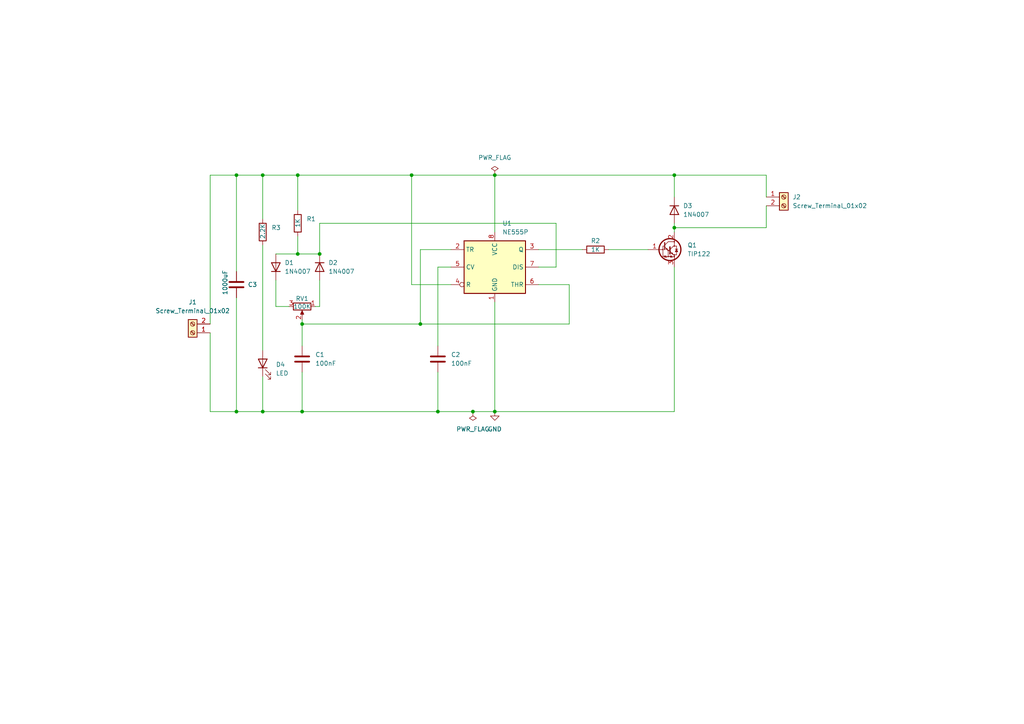
<source format=kicad_sch>
(kicad_sch
	(version 20231120)
	(generator "eeschema")
	(generator_version "8.0")
	(uuid "9553ac4e-dc07-49a0-b044-7b5b58b7da5b")
	(paper "A4")
	(title_block
		(title "DC MOTOR SPEED CONTROLLER")
		(date "2024-12-19")
		(company "BHARAT PCB")
		(comment 1 "Drawn By Asmit")
	)
	(lib_symbols
		(symbol "Connector:Screw_Terminal_01x02"
			(pin_names
				(offset 1.016) hide)
			(exclude_from_sim no)
			(in_bom yes)
			(on_board yes)
			(property "Reference" "J"
				(at 0 2.54 0)
				(effects
					(font
						(size 1.27 1.27)
					)
				)
			)
			(property "Value" "Screw_Terminal_01x02"
				(at 0 -5.08 0)
				(effects
					(font
						(size 1.27 1.27)
					)
				)
			)
			(property "Footprint" ""
				(at 0 0 0)
				(effects
					(font
						(size 1.27 1.27)
					)
					(hide yes)
				)
			)
			(property "Datasheet" "~"
				(at 0 0 0)
				(effects
					(font
						(size 1.27 1.27)
					)
					(hide yes)
				)
			)
			(property "Description" "Generic screw terminal, single row, 01x02, script generated (kicad-library-utils/schlib/autogen/connector/)"
				(at 0 0 0)
				(effects
					(font
						(size 1.27 1.27)
					)
					(hide yes)
				)
			)
			(property "ki_keywords" "screw terminal"
				(at 0 0 0)
				(effects
					(font
						(size 1.27 1.27)
					)
					(hide yes)
				)
			)
			(property "ki_fp_filters" "TerminalBlock*:*"
				(at 0 0 0)
				(effects
					(font
						(size 1.27 1.27)
					)
					(hide yes)
				)
			)
			(symbol "Screw_Terminal_01x02_1_1"
				(rectangle
					(start -1.27 1.27)
					(end 1.27 -3.81)
					(stroke
						(width 0.254)
						(type default)
					)
					(fill
						(type background)
					)
				)
				(circle
					(center 0 -2.54)
					(radius 0.635)
					(stroke
						(width 0.1524)
						(type default)
					)
					(fill
						(type none)
					)
				)
				(polyline
					(pts
						(xy -0.5334 -2.2098) (xy 0.3302 -3.048)
					)
					(stroke
						(width 0.1524)
						(type default)
					)
					(fill
						(type none)
					)
				)
				(polyline
					(pts
						(xy -0.5334 0.3302) (xy 0.3302 -0.508)
					)
					(stroke
						(width 0.1524)
						(type default)
					)
					(fill
						(type none)
					)
				)
				(polyline
					(pts
						(xy -0.3556 -2.032) (xy 0.508 -2.8702)
					)
					(stroke
						(width 0.1524)
						(type default)
					)
					(fill
						(type none)
					)
				)
				(polyline
					(pts
						(xy -0.3556 0.508) (xy 0.508 -0.3302)
					)
					(stroke
						(width 0.1524)
						(type default)
					)
					(fill
						(type none)
					)
				)
				(circle
					(center 0 0)
					(radius 0.635)
					(stroke
						(width 0.1524)
						(type default)
					)
					(fill
						(type none)
					)
				)
				(pin passive line
					(at -5.08 0 0)
					(length 3.81)
					(name "Pin_1"
						(effects
							(font
								(size 1.27 1.27)
							)
						)
					)
					(number "1"
						(effects
							(font
								(size 1.27 1.27)
							)
						)
					)
				)
				(pin passive line
					(at -5.08 -2.54 0)
					(length 3.81)
					(name "Pin_2"
						(effects
							(font
								(size 1.27 1.27)
							)
						)
					)
					(number "2"
						(effects
							(font
								(size 1.27 1.27)
							)
						)
					)
				)
			)
		)
		(symbol "Device:C"
			(pin_numbers hide)
			(pin_names
				(offset 0.254)
			)
			(exclude_from_sim no)
			(in_bom yes)
			(on_board yes)
			(property "Reference" "C"
				(at 0.635 2.54 0)
				(effects
					(font
						(size 1.27 1.27)
					)
					(justify left)
				)
			)
			(property "Value" "C"
				(at 0.635 -2.54 0)
				(effects
					(font
						(size 1.27 1.27)
					)
					(justify left)
				)
			)
			(property "Footprint" ""
				(at 0.9652 -3.81 0)
				(effects
					(font
						(size 1.27 1.27)
					)
					(hide yes)
				)
			)
			(property "Datasheet" "~"
				(at 0 0 0)
				(effects
					(font
						(size 1.27 1.27)
					)
					(hide yes)
				)
			)
			(property "Description" "Unpolarized capacitor"
				(at 0 0 0)
				(effects
					(font
						(size 1.27 1.27)
					)
					(hide yes)
				)
			)
			(property "ki_keywords" "cap capacitor"
				(at 0 0 0)
				(effects
					(font
						(size 1.27 1.27)
					)
					(hide yes)
				)
			)
			(property "ki_fp_filters" "C_*"
				(at 0 0 0)
				(effects
					(font
						(size 1.27 1.27)
					)
					(hide yes)
				)
			)
			(symbol "C_0_1"
				(polyline
					(pts
						(xy -2.032 -0.762) (xy 2.032 -0.762)
					)
					(stroke
						(width 0.508)
						(type default)
					)
					(fill
						(type none)
					)
				)
				(polyline
					(pts
						(xy -2.032 0.762) (xy 2.032 0.762)
					)
					(stroke
						(width 0.508)
						(type default)
					)
					(fill
						(type none)
					)
				)
			)
			(symbol "C_1_1"
				(pin passive line
					(at 0 3.81 270)
					(length 2.794)
					(name "~"
						(effects
							(font
								(size 1.27 1.27)
							)
						)
					)
					(number "1"
						(effects
							(font
								(size 1.27 1.27)
							)
						)
					)
				)
				(pin passive line
					(at 0 -3.81 90)
					(length 2.794)
					(name "~"
						(effects
							(font
								(size 1.27 1.27)
							)
						)
					)
					(number "2"
						(effects
							(font
								(size 1.27 1.27)
							)
						)
					)
				)
			)
		)
		(symbol "Device:LED"
			(pin_numbers hide)
			(pin_names
				(offset 1.016) hide)
			(exclude_from_sim no)
			(in_bom yes)
			(on_board yes)
			(property "Reference" "D"
				(at 0 2.54 0)
				(effects
					(font
						(size 1.27 1.27)
					)
				)
			)
			(property "Value" "LED"
				(at 0 -2.54 0)
				(effects
					(font
						(size 1.27 1.27)
					)
				)
			)
			(property "Footprint" ""
				(at 0 0 0)
				(effects
					(font
						(size 1.27 1.27)
					)
					(hide yes)
				)
			)
			(property "Datasheet" "~"
				(at 0 0 0)
				(effects
					(font
						(size 1.27 1.27)
					)
					(hide yes)
				)
			)
			(property "Description" "Light emitting diode"
				(at 0 0 0)
				(effects
					(font
						(size 1.27 1.27)
					)
					(hide yes)
				)
			)
			(property "ki_keywords" "LED diode"
				(at 0 0 0)
				(effects
					(font
						(size 1.27 1.27)
					)
					(hide yes)
				)
			)
			(property "ki_fp_filters" "LED* LED_SMD:* LED_THT:*"
				(at 0 0 0)
				(effects
					(font
						(size 1.27 1.27)
					)
					(hide yes)
				)
			)
			(symbol "LED_0_1"
				(polyline
					(pts
						(xy -1.27 -1.27) (xy -1.27 1.27)
					)
					(stroke
						(width 0.254)
						(type default)
					)
					(fill
						(type none)
					)
				)
				(polyline
					(pts
						(xy -1.27 0) (xy 1.27 0)
					)
					(stroke
						(width 0)
						(type default)
					)
					(fill
						(type none)
					)
				)
				(polyline
					(pts
						(xy 1.27 -1.27) (xy 1.27 1.27) (xy -1.27 0) (xy 1.27 -1.27)
					)
					(stroke
						(width 0.254)
						(type default)
					)
					(fill
						(type none)
					)
				)
				(polyline
					(pts
						(xy -3.048 -0.762) (xy -4.572 -2.286) (xy -3.81 -2.286) (xy -4.572 -2.286) (xy -4.572 -1.524)
					)
					(stroke
						(width 0)
						(type default)
					)
					(fill
						(type none)
					)
				)
				(polyline
					(pts
						(xy -1.778 -0.762) (xy -3.302 -2.286) (xy -2.54 -2.286) (xy -3.302 -2.286) (xy -3.302 -1.524)
					)
					(stroke
						(width 0)
						(type default)
					)
					(fill
						(type none)
					)
				)
			)
			(symbol "LED_1_1"
				(pin passive line
					(at -3.81 0 0)
					(length 2.54)
					(name "K"
						(effects
							(font
								(size 1.27 1.27)
							)
						)
					)
					(number "1"
						(effects
							(font
								(size 1.27 1.27)
							)
						)
					)
				)
				(pin passive line
					(at 3.81 0 180)
					(length 2.54)
					(name "A"
						(effects
							(font
								(size 1.27 1.27)
							)
						)
					)
					(number "2"
						(effects
							(font
								(size 1.27 1.27)
							)
						)
					)
				)
			)
		)
		(symbol "Device:R"
			(pin_numbers hide)
			(pin_names
				(offset 0)
			)
			(exclude_from_sim no)
			(in_bom yes)
			(on_board yes)
			(property "Reference" "R"
				(at 2.032 0 90)
				(effects
					(font
						(size 1.27 1.27)
					)
				)
			)
			(property "Value" "R"
				(at 0 0 90)
				(effects
					(font
						(size 1.27 1.27)
					)
				)
			)
			(property "Footprint" ""
				(at -1.778 0 90)
				(effects
					(font
						(size 1.27 1.27)
					)
					(hide yes)
				)
			)
			(property "Datasheet" "~"
				(at 0 0 0)
				(effects
					(font
						(size 1.27 1.27)
					)
					(hide yes)
				)
			)
			(property "Description" "Resistor"
				(at 0 0 0)
				(effects
					(font
						(size 1.27 1.27)
					)
					(hide yes)
				)
			)
			(property "ki_keywords" "R res resistor"
				(at 0 0 0)
				(effects
					(font
						(size 1.27 1.27)
					)
					(hide yes)
				)
			)
			(property "ki_fp_filters" "R_*"
				(at 0 0 0)
				(effects
					(font
						(size 1.27 1.27)
					)
					(hide yes)
				)
			)
			(symbol "R_0_1"
				(rectangle
					(start -1.016 -2.54)
					(end 1.016 2.54)
					(stroke
						(width 0.254)
						(type default)
					)
					(fill
						(type none)
					)
				)
			)
			(symbol "R_1_1"
				(pin passive line
					(at 0 3.81 270)
					(length 1.27)
					(name "~"
						(effects
							(font
								(size 1.27 1.27)
							)
						)
					)
					(number "1"
						(effects
							(font
								(size 1.27 1.27)
							)
						)
					)
				)
				(pin passive line
					(at 0 -3.81 90)
					(length 1.27)
					(name "~"
						(effects
							(font
								(size 1.27 1.27)
							)
						)
					)
					(number "2"
						(effects
							(font
								(size 1.27 1.27)
							)
						)
					)
				)
			)
		)
		(symbol "Device:R_Potentiometer"
			(pin_names
				(offset 1.016) hide)
			(exclude_from_sim no)
			(in_bom yes)
			(on_board yes)
			(property "Reference" "RV"
				(at -4.445 0 90)
				(effects
					(font
						(size 1.27 1.27)
					)
				)
			)
			(property "Value" "R_Potentiometer"
				(at -2.54 0 90)
				(effects
					(font
						(size 1.27 1.27)
					)
				)
			)
			(property "Footprint" ""
				(at 0 0 0)
				(effects
					(font
						(size 1.27 1.27)
					)
					(hide yes)
				)
			)
			(property "Datasheet" "~"
				(at 0 0 0)
				(effects
					(font
						(size 1.27 1.27)
					)
					(hide yes)
				)
			)
			(property "Description" "Potentiometer"
				(at 0 0 0)
				(effects
					(font
						(size 1.27 1.27)
					)
					(hide yes)
				)
			)
			(property "ki_keywords" "resistor variable"
				(at 0 0 0)
				(effects
					(font
						(size 1.27 1.27)
					)
					(hide yes)
				)
			)
			(property "ki_fp_filters" "Potentiometer*"
				(at 0 0 0)
				(effects
					(font
						(size 1.27 1.27)
					)
					(hide yes)
				)
			)
			(symbol "R_Potentiometer_0_1"
				(polyline
					(pts
						(xy 2.54 0) (xy 1.524 0)
					)
					(stroke
						(width 0)
						(type default)
					)
					(fill
						(type none)
					)
				)
				(polyline
					(pts
						(xy 1.143 0) (xy 2.286 0.508) (xy 2.286 -0.508) (xy 1.143 0)
					)
					(stroke
						(width 0)
						(type default)
					)
					(fill
						(type outline)
					)
				)
				(rectangle
					(start 1.016 2.54)
					(end -1.016 -2.54)
					(stroke
						(width 0.254)
						(type default)
					)
					(fill
						(type none)
					)
				)
			)
			(symbol "R_Potentiometer_1_1"
				(pin passive line
					(at 0 3.81 270)
					(length 1.27)
					(name "1"
						(effects
							(font
								(size 1.27 1.27)
							)
						)
					)
					(number "1"
						(effects
							(font
								(size 1.27 1.27)
							)
						)
					)
				)
				(pin passive line
					(at 3.81 0 180)
					(length 1.27)
					(name "2"
						(effects
							(font
								(size 1.27 1.27)
							)
						)
					)
					(number "2"
						(effects
							(font
								(size 1.27 1.27)
							)
						)
					)
				)
				(pin passive line
					(at 0 -3.81 90)
					(length 1.27)
					(name "3"
						(effects
							(font
								(size 1.27 1.27)
							)
						)
					)
					(number "3"
						(effects
							(font
								(size 1.27 1.27)
							)
						)
					)
				)
			)
		)
		(symbol "Diode:1N4007"
			(pin_numbers hide)
			(pin_names hide)
			(exclude_from_sim no)
			(in_bom yes)
			(on_board yes)
			(property "Reference" "D"
				(at 0 2.54 0)
				(effects
					(font
						(size 1.27 1.27)
					)
				)
			)
			(property "Value" "1N4007"
				(at 0 -2.54 0)
				(effects
					(font
						(size 1.27 1.27)
					)
				)
			)
			(property "Footprint" "Diode_THT:D_DO-41_SOD81_P10.16mm_Horizontal"
				(at 0 -4.445 0)
				(effects
					(font
						(size 1.27 1.27)
					)
					(hide yes)
				)
			)
			(property "Datasheet" "http://www.vishay.com/docs/88503/1n4001.pdf"
				(at 0 0 0)
				(effects
					(font
						(size 1.27 1.27)
					)
					(hide yes)
				)
			)
			(property "Description" "1000V 1A General Purpose Rectifier Diode, DO-41"
				(at 0 0 0)
				(effects
					(font
						(size 1.27 1.27)
					)
					(hide yes)
				)
			)
			(property "Sim.Device" "D"
				(at 0 0 0)
				(effects
					(font
						(size 1.27 1.27)
					)
					(hide yes)
				)
			)
			(property "Sim.Pins" "1=K 2=A"
				(at 0 0 0)
				(effects
					(font
						(size 1.27 1.27)
					)
					(hide yes)
				)
			)
			(property "ki_keywords" "diode"
				(at 0 0 0)
				(effects
					(font
						(size 1.27 1.27)
					)
					(hide yes)
				)
			)
			(property "ki_fp_filters" "D*DO?41*"
				(at 0 0 0)
				(effects
					(font
						(size 1.27 1.27)
					)
					(hide yes)
				)
			)
			(symbol "1N4007_0_1"
				(polyline
					(pts
						(xy -1.27 1.27) (xy -1.27 -1.27)
					)
					(stroke
						(width 0.254)
						(type default)
					)
					(fill
						(type none)
					)
				)
				(polyline
					(pts
						(xy 1.27 0) (xy -1.27 0)
					)
					(stroke
						(width 0)
						(type default)
					)
					(fill
						(type none)
					)
				)
				(polyline
					(pts
						(xy 1.27 1.27) (xy 1.27 -1.27) (xy -1.27 0) (xy 1.27 1.27)
					)
					(stroke
						(width 0.254)
						(type default)
					)
					(fill
						(type none)
					)
				)
			)
			(symbol "1N4007_1_1"
				(pin passive line
					(at -3.81 0 0)
					(length 2.54)
					(name "K"
						(effects
							(font
								(size 1.27 1.27)
							)
						)
					)
					(number "1"
						(effects
							(font
								(size 1.27 1.27)
							)
						)
					)
				)
				(pin passive line
					(at 3.81 0 180)
					(length 2.54)
					(name "A"
						(effects
							(font
								(size 1.27 1.27)
							)
						)
					)
					(number "2"
						(effects
							(font
								(size 1.27 1.27)
							)
						)
					)
				)
			)
		)
		(symbol "Timer:NE555P"
			(exclude_from_sim no)
			(in_bom yes)
			(on_board yes)
			(property "Reference" "U"
				(at -10.16 8.89 0)
				(effects
					(font
						(size 1.27 1.27)
					)
					(justify left)
				)
			)
			(property "Value" "NE555P"
				(at 2.54 8.89 0)
				(effects
					(font
						(size 1.27 1.27)
					)
					(justify left)
				)
			)
			(property "Footprint" "Package_DIP:DIP-8_W7.62mm"
				(at 16.51 -10.16 0)
				(effects
					(font
						(size 1.27 1.27)
					)
					(hide yes)
				)
			)
			(property "Datasheet" "http://www.ti.com/lit/ds/symlink/ne555.pdf"
				(at 21.59 -10.16 0)
				(effects
					(font
						(size 1.27 1.27)
					)
					(hide yes)
				)
			)
			(property "Description" "Precision Timers, 555 compatible,  PDIP-8"
				(at 0 0 0)
				(effects
					(font
						(size 1.27 1.27)
					)
					(hide yes)
				)
			)
			(property "ki_keywords" "single timer 555"
				(at 0 0 0)
				(effects
					(font
						(size 1.27 1.27)
					)
					(hide yes)
				)
			)
			(property "ki_fp_filters" "DIP*W7.62mm*"
				(at 0 0 0)
				(effects
					(font
						(size 1.27 1.27)
					)
					(hide yes)
				)
			)
			(symbol "NE555P_0_0"
				(pin power_in line
					(at 0 -10.16 90)
					(length 2.54)
					(name "GND"
						(effects
							(font
								(size 1.27 1.27)
							)
						)
					)
					(number "1"
						(effects
							(font
								(size 1.27 1.27)
							)
						)
					)
				)
				(pin power_in line
					(at 0 10.16 270)
					(length 2.54)
					(name "VCC"
						(effects
							(font
								(size 1.27 1.27)
							)
						)
					)
					(number "8"
						(effects
							(font
								(size 1.27 1.27)
							)
						)
					)
				)
			)
			(symbol "NE555P_0_1"
				(rectangle
					(start -8.89 -7.62)
					(end 8.89 7.62)
					(stroke
						(width 0.254)
						(type default)
					)
					(fill
						(type background)
					)
				)
				(rectangle
					(start -8.89 -7.62)
					(end 8.89 7.62)
					(stroke
						(width 0.254)
						(type default)
					)
					(fill
						(type background)
					)
				)
			)
			(symbol "NE555P_1_1"
				(pin input line
					(at -12.7 5.08 0)
					(length 3.81)
					(name "TR"
						(effects
							(font
								(size 1.27 1.27)
							)
						)
					)
					(number "2"
						(effects
							(font
								(size 1.27 1.27)
							)
						)
					)
				)
				(pin output line
					(at 12.7 5.08 180)
					(length 3.81)
					(name "Q"
						(effects
							(font
								(size 1.27 1.27)
							)
						)
					)
					(number "3"
						(effects
							(font
								(size 1.27 1.27)
							)
						)
					)
				)
				(pin input inverted
					(at -12.7 -5.08 0)
					(length 3.81)
					(name "R"
						(effects
							(font
								(size 1.27 1.27)
							)
						)
					)
					(number "4"
						(effects
							(font
								(size 1.27 1.27)
							)
						)
					)
				)
				(pin input line
					(at -12.7 0 0)
					(length 3.81)
					(name "CV"
						(effects
							(font
								(size 1.27 1.27)
							)
						)
					)
					(number "5"
						(effects
							(font
								(size 1.27 1.27)
							)
						)
					)
				)
				(pin input line
					(at 12.7 -5.08 180)
					(length 3.81)
					(name "THR"
						(effects
							(font
								(size 1.27 1.27)
							)
						)
					)
					(number "6"
						(effects
							(font
								(size 1.27 1.27)
							)
						)
					)
				)
				(pin input line
					(at 12.7 0 180)
					(length 3.81)
					(name "DIS"
						(effects
							(font
								(size 1.27 1.27)
							)
						)
					)
					(number "7"
						(effects
							(font
								(size 1.27 1.27)
							)
						)
					)
				)
			)
		)
		(symbol "Transistor_BJT:TIP122"
			(pin_names
				(offset 0) hide)
			(exclude_from_sim no)
			(in_bom yes)
			(on_board yes)
			(property "Reference" "Q"
				(at 5.08 1.905 0)
				(effects
					(font
						(size 1.27 1.27)
					)
					(justify left)
				)
			)
			(property "Value" "TIP122"
				(at 5.08 0 0)
				(effects
					(font
						(size 1.27 1.27)
					)
					(justify left)
				)
			)
			(property "Footprint" "Package_TO_SOT_THT:TO-220-3_Vertical"
				(at 5.08 -1.905 0)
				(effects
					(font
						(size 1.27 1.27)
						(italic yes)
					)
					(justify left)
					(hide yes)
				)
			)
			(property "Datasheet" "https://www.onsemi.com/pub/Collateral/TIP120-D.PDF"
				(at 0 0 0)
				(effects
					(font
						(size 1.27 1.27)
					)
					(justify left)
					(hide yes)
				)
			)
			(property "Description" "5A Ic, 100V Vce, Silicon Darlington Power NPN Transistor, TO-220"
				(at 0 0 0)
				(effects
					(font
						(size 1.27 1.27)
					)
					(hide yes)
				)
			)
			(property "ki_keywords" "Darlington Power NPN Transistor"
				(at 0 0 0)
				(effects
					(font
						(size 1.27 1.27)
					)
					(hide yes)
				)
			)
			(property "ki_fp_filters" "TO?220*"
				(at 0 0 0)
				(effects
					(font
						(size 1.27 1.27)
					)
					(hide yes)
				)
			)
			(symbol "TIP122_0_1"
				(circle
					(center -0.762 0)
					(radius 0.127)
					(stroke
						(width 0)
						(type default)
					)
					(fill
						(type none)
					)
				)
				(polyline
					(pts
						(xy -1.27 0) (xy -0.889 0)
					)
					(stroke
						(width 0)
						(type default)
					)
					(fill
						(type none)
					)
				)
				(polyline
					(pts
						(xy 2.54 -2.032) (xy 2.54 -2.54)
					)
					(stroke
						(width 0)
						(type default)
					)
					(fill
						(type none)
					)
				)
				(polyline
					(pts
						(xy 2.54 -1.524) (xy 3.175 -1.524)
					)
					(stroke
						(width 0)
						(type default)
					)
					(fill
						(type none)
					)
				)
				(polyline
					(pts
						(xy 2.794 0.127) (xy 3.556 0.127)
					)
					(stroke
						(width 0)
						(type default)
					)
					(fill
						(type none)
					)
				)
				(polyline
					(pts
						(xy 3.175 -0.635) (xy 3.175 -1.524)
					)
					(stroke
						(width 0)
						(type default)
					)
					(fill
						(type none)
					)
				)
				(polyline
					(pts
						(xy 3.175 1.016) (xy 2.54 1.016)
					)
					(stroke
						(width 0)
						(type default)
					)
					(fill
						(type none)
					)
				)
				(polyline
					(pts
						(xy 3.175 1.016) (xy 3.175 0.127)
					)
					(stroke
						(width 0)
						(type default)
					)
					(fill
						(type none)
					)
				)
				(polyline
					(pts
						(xy -0.254 0.762) (xy 0.762 -0.254) (xy 1.27 -0.254)
					)
					(stroke
						(width 0)
						(type default)
					)
					(fill
						(type none)
					)
				)
				(polyline
					(pts
						(xy -0.254 1.016) (xy -0.762 1.016) (xy -0.762 -2.032)
					)
					(stroke
						(width 0)
						(type default)
					)
					(fill
						(type none)
					)
				)
				(polyline
					(pts
						(xy -0.254 1.27) (xy 0.762 2.286) (xy 2.54 2.286)
					)
					(stroke
						(width 0)
						(type default)
					)
					(fill
						(type none)
					)
				)
				(polyline
					(pts
						(xy -0.254 2.032) (xy -0.254 0) (xy -0.254 0)
					)
					(stroke
						(width 0.3048)
						(type default)
					)
					(fill
						(type none)
					)
				)
				(polyline
					(pts
						(xy 1.27 0.762) (xy 1.27 -1.27) (xy 1.27 -1.27)
					)
					(stroke
						(width 0.381)
						(type default)
					)
					(fill
						(type none)
					)
				)
				(polyline
					(pts
						(xy 0.635 -0.127) (xy 0.381 0.381) (xy 0.127 0.127) (xy 0.635 -0.127)
					)
					(stroke
						(width 0)
						(type default)
					)
					(fill
						(type none)
					)
				)
				(polyline
					(pts
						(xy 1.27 -0.508) (xy 2.286 -1.524) (xy 2.54 -1.524) (xy 2.54 -2.032)
					)
					(stroke
						(width 0)
						(type default)
					)
					(fill
						(type none)
					)
				)
				(polyline
					(pts
						(xy 1.27 0) (xy 2.286 1.016) (xy 2.54 1.016) (xy 2.54 2.286)
					)
					(stroke
						(width 0)
						(type default)
					)
					(fill
						(type none)
					)
				)
				(polyline
					(pts
						(xy 2.159 -1.397) (xy 1.905 -0.889) (xy 1.651 -1.143) (xy 2.159 -1.397)
					)
					(stroke
						(width 0)
						(type default)
					)
					(fill
						(type none)
					)
				)
				(polyline
					(pts
						(xy 3.175 0.127) (xy 2.794 -0.635) (xy 3.556 -0.635) (xy 3.175 0.127)
					)
					(stroke
						(width 0)
						(type default)
					)
					(fill
						(type outline)
					)
				)
				(polyline
					(pts
						(xy 0.762 -2.032) (xy 0.381 -2.032) (xy 0.254 -2.286) (xy 0.127 -1.778) (xy 0 -2.286) (xy -0.127 -1.778)
						(xy -0.254 -2.286) (xy -0.381 -1.778) (xy -0.508 -2.032) (xy -0.762 -2.032)
					)
					(stroke
						(width 0)
						(type default)
					)
					(fill
						(type none)
					)
				)
				(polyline
					(pts
						(xy 0.762 -0.254) (xy 0.762 -2.032) (xy 1.143 -2.032) (xy 1.27 -1.778) (xy 1.397 -2.286) (xy 1.524 -1.778)
						(xy 1.651 -2.286) (xy 1.778 -1.778) (xy 1.905 -2.286) (xy 2.032 -2.032) (xy 2.54 -2.032)
					)
					(stroke
						(width 0)
						(type default)
					)
					(fill
						(type none)
					)
				)
				(circle
					(center 0.762 -2.032)
					(radius 0.127)
					(stroke
						(width 0)
						(type default)
					)
					(fill
						(type none)
					)
				)
				(circle
					(center 0.762 -0.254)
					(radius 0.127)
					(stroke
						(width 0)
						(type default)
					)
					(fill
						(type none)
					)
				)
				(circle
					(center 1.27 0)
					(radius 3.175)
					(stroke
						(width 0.3556)
						(type default)
					)
					(fill
						(type none)
					)
				)
				(circle
					(center 2.54 -2.032)
					(radius 0.127)
					(stroke
						(width 0)
						(type default)
					)
					(fill
						(type none)
					)
				)
				(circle
					(center 2.54 -1.524)
					(radius 0.127)
					(stroke
						(width 0)
						(type default)
					)
					(fill
						(type none)
					)
				)
				(circle
					(center 2.54 1.016)
					(radius 0.127)
					(stroke
						(width 0)
						(type default)
					)
					(fill
						(type none)
					)
				)
				(circle
					(center 2.54 2.286)
					(radius 0.127)
					(stroke
						(width 0)
						(type default)
					)
					(fill
						(type none)
					)
				)
			)
			(symbol "TIP122_1_1"
				(pin input line
					(at -5.08 0 0)
					(length 3.81)
					(name "B"
						(effects
							(font
								(size 1.27 1.27)
							)
						)
					)
					(number "1"
						(effects
							(font
								(size 1.27 1.27)
							)
						)
					)
				)
				(pin passive line
					(at 2.54 5.08 270)
					(length 2.667)
					(name "C"
						(effects
							(font
								(size 1.27 1.27)
							)
						)
					)
					(number "2"
						(effects
							(font
								(size 1.27 1.27)
							)
						)
					)
				)
				(pin passive line
					(at 2.54 -5.08 90)
					(length 2.54)
					(name "E"
						(effects
							(font
								(size 1.27 1.27)
							)
						)
					)
					(number "3"
						(effects
							(font
								(size 1.27 1.27)
							)
						)
					)
				)
			)
		)
		(symbol "power:GND"
			(power)
			(pin_numbers hide)
			(pin_names
				(offset 0) hide)
			(exclude_from_sim no)
			(in_bom yes)
			(on_board yes)
			(property "Reference" "#PWR"
				(at 0 -6.35 0)
				(effects
					(font
						(size 1.27 1.27)
					)
					(hide yes)
				)
			)
			(property "Value" "GND"
				(at 0 -3.81 0)
				(effects
					(font
						(size 1.27 1.27)
					)
				)
			)
			(property "Footprint" ""
				(at 0 0 0)
				(effects
					(font
						(size 1.27 1.27)
					)
					(hide yes)
				)
			)
			(property "Datasheet" ""
				(at 0 0 0)
				(effects
					(font
						(size 1.27 1.27)
					)
					(hide yes)
				)
			)
			(property "Description" "Power symbol creates a global label with name \"GND\" , ground"
				(at 0 0 0)
				(effects
					(font
						(size 1.27 1.27)
					)
					(hide yes)
				)
			)
			(property "ki_keywords" "global power"
				(at 0 0 0)
				(effects
					(font
						(size 1.27 1.27)
					)
					(hide yes)
				)
			)
			(symbol "GND_0_1"
				(polyline
					(pts
						(xy 0 0) (xy 0 -1.27) (xy 1.27 -1.27) (xy 0 -2.54) (xy -1.27 -1.27) (xy 0 -1.27)
					)
					(stroke
						(width 0)
						(type default)
					)
					(fill
						(type none)
					)
				)
			)
			(symbol "GND_1_1"
				(pin power_in line
					(at 0 0 270)
					(length 0)
					(name "~"
						(effects
							(font
								(size 1.27 1.27)
							)
						)
					)
					(number "1"
						(effects
							(font
								(size 1.27 1.27)
							)
						)
					)
				)
			)
		)
		(symbol "power:PWR_FLAG"
			(power)
			(pin_numbers hide)
			(pin_names
				(offset 0) hide)
			(exclude_from_sim no)
			(in_bom yes)
			(on_board yes)
			(property "Reference" "#FLG"
				(at 0 1.905 0)
				(effects
					(font
						(size 1.27 1.27)
					)
					(hide yes)
				)
			)
			(property "Value" "PWR_FLAG"
				(at 0 3.81 0)
				(effects
					(font
						(size 1.27 1.27)
					)
				)
			)
			(property "Footprint" ""
				(at 0 0 0)
				(effects
					(font
						(size 1.27 1.27)
					)
					(hide yes)
				)
			)
			(property "Datasheet" "~"
				(at 0 0 0)
				(effects
					(font
						(size 1.27 1.27)
					)
					(hide yes)
				)
			)
			(property "Description" "Special symbol for telling ERC where power comes from"
				(at 0 0 0)
				(effects
					(font
						(size 1.27 1.27)
					)
					(hide yes)
				)
			)
			(property "ki_keywords" "flag power"
				(at 0 0 0)
				(effects
					(font
						(size 1.27 1.27)
					)
					(hide yes)
				)
			)
			(symbol "PWR_FLAG_0_0"
				(pin power_out line
					(at 0 0 90)
					(length 0)
					(name "~"
						(effects
							(font
								(size 1.27 1.27)
							)
						)
					)
					(number "1"
						(effects
							(font
								(size 1.27 1.27)
							)
						)
					)
				)
			)
			(symbol "PWR_FLAG_0_1"
				(polyline
					(pts
						(xy 0 0) (xy 0 1.27) (xy -1.016 1.905) (xy 0 2.54) (xy 1.016 1.905) (xy 0 1.27)
					)
					(stroke
						(width 0)
						(type default)
					)
					(fill
						(type none)
					)
				)
			)
		)
	)
	(junction
		(at 86.36 73.66)
		(diameter 0)
		(color 0 0 0 0)
		(uuid "061e6b81-eca9-426d-b4f0-30883cda782f")
	)
	(junction
		(at 87.63 119.38)
		(diameter 0)
		(color 0 0 0 0)
		(uuid "1859f9f2-be64-49fd-97b9-2380232cf7ac")
	)
	(junction
		(at 137.16 119.38)
		(diameter 0)
		(color 0 0 0 0)
		(uuid "3e390d6b-b1f1-4fbc-8e85-38b31e209619")
	)
	(junction
		(at 119.38 50.8)
		(diameter 0)
		(color 0 0 0 0)
		(uuid "438f4f1d-3dd9-4a52-af36-11f8428773e0")
	)
	(junction
		(at 195.58 66.04)
		(diameter 0)
		(color 0 0 0 0)
		(uuid "4b629311-8489-4d18-82a1-5f1716dfbb3b")
	)
	(junction
		(at 76.2 50.8)
		(diameter 0)
		(color 0 0 0 0)
		(uuid "7bac2ad3-c5a4-4bc4-9872-25cdd4ecea5b")
	)
	(junction
		(at 87.63 93.98)
		(diameter 0)
		(color 0 0 0 0)
		(uuid "9a6b5d48-f41a-4591-9d32-3c9cdc37b574")
	)
	(junction
		(at 86.36 50.8)
		(diameter 0)
		(color 0 0 0 0)
		(uuid "b25aa9fe-ae2d-4052-9a23-dbaf63384bf1")
	)
	(junction
		(at 143.51 119.38)
		(diameter 0)
		(color 0 0 0 0)
		(uuid "b8351aa9-df95-4508-8a41-101d50cb1e38")
	)
	(junction
		(at 68.58 50.8)
		(diameter 0)
		(color 0 0 0 0)
		(uuid "bea76dcc-9df4-47e2-b778-6b40ecbd0204")
	)
	(junction
		(at 76.2 119.38)
		(diameter 0)
		(color 0 0 0 0)
		(uuid "c2132aa4-5d14-4185-9e1b-1ec1ffe216b7")
	)
	(junction
		(at 68.58 119.38)
		(diameter 0)
		(color 0 0 0 0)
		(uuid "c63d0824-9161-40d8-98b7-9adf65666fbf")
	)
	(junction
		(at 195.58 50.8)
		(diameter 0)
		(color 0 0 0 0)
		(uuid "cf5dd81a-defa-47f7-9210-2220427687f7")
	)
	(junction
		(at 127 119.38)
		(diameter 0)
		(color 0 0 0 0)
		(uuid "d4d3580e-df11-406b-a14e-50e70d4703df")
	)
	(junction
		(at 121.92 93.98)
		(diameter 0)
		(color 0 0 0 0)
		(uuid "d86c5b5a-9008-49dc-bf9b-b6d93d8773b8")
	)
	(junction
		(at 92.71 73.66)
		(diameter 0)
		(color 0 0 0 0)
		(uuid "eabff92c-e85a-4465-8987-d972b1e7a0da")
	)
	(junction
		(at 143.51 50.8)
		(diameter 0)
		(color 0 0 0 0)
		(uuid "ee59e7be-cc7a-460c-9b64-8d0adb29b192")
	)
	(wire
		(pts
			(xy 143.51 119.38) (xy 143.51 87.63)
		)
		(stroke
			(width 0)
			(type default)
		)
		(uuid "0290db2f-86d6-4d27-a13d-89f195477355")
	)
	(wire
		(pts
			(xy 87.63 93.98) (xy 87.63 100.33)
		)
		(stroke
			(width 0)
			(type default)
		)
		(uuid "05178b4c-2010-4ccb-887b-df7158891ce8")
	)
	(wire
		(pts
			(xy 60.96 50.8) (xy 60.96 93.98)
		)
		(stroke
			(width 0)
			(type default)
		)
		(uuid "0b53c746-87d7-409d-be58-2f7b06ff9a98")
	)
	(wire
		(pts
			(xy 165.1 82.55) (xy 165.1 93.98)
		)
		(stroke
			(width 0)
			(type default)
		)
		(uuid "0cba589c-6efe-46b0-ba05-314c290c7245")
	)
	(wire
		(pts
			(xy 119.38 50.8) (xy 119.38 82.55)
		)
		(stroke
			(width 0)
			(type default)
		)
		(uuid "0d33d6b8-bf61-4383-9627-f6f6170cf774")
	)
	(wire
		(pts
			(xy 68.58 119.38) (xy 76.2 119.38)
		)
		(stroke
			(width 0)
			(type default)
		)
		(uuid "11ee51e8-2793-46c9-979b-15aef033fdf2")
	)
	(wire
		(pts
			(xy 127 107.95) (xy 127 119.38)
		)
		(stroke
			(width 0)
			(type default)
		)
		(uuid "19720b6a-bed7-4b45-a9ac-f3f88a8800f2")
	)
	(wire
		(pts
			(xy 130.81 82.55) (xy 119.38 82.55)
		)
		(stroke
			(width 0)
			(type default)
		)
		(uuid "1a1fd684-69e9-4979-813f-8a33243421b6")
	)
	(wire
		(pts
			(xy 76.2 109.22) (xy 76.2 119.38)
		)
		(stroke
			(width 0)
			(type default)
		)
		(uuid "1dea1dcc-a41c-443e-8ecb-8e4f2f3e8afc")
	)
	(wire
		(pts
			(xy 68.58 50.8) (xy 68.58 78.74)
		)
		(stroke
			(width 0)
			(type default)
		)
		(uuid "242803ed-5434-405c-8a85-c6eb0f7f8bec")
	)
	(wire
		(pts
			(xy 195.58 50.8) (xy 222.25 50.8)
		)
		(stroke
			(width 0)
			(type default)
		)
		(uuid "25523d70-4463-4533-a66d-803169097572")
	)
	(wire
		(pts
			(xy 68.58 50.8) (xy 60.96 50.8)
		)
		(stroke
			(width 0)
			(type default)
		)
		(uuid "2a85ce51-03c3-4a3e-b991-56fd3dd47148")
	)
	(wire
		(pts
			(xy 68.58 86.36) (xy 68.58 119.38)
		)
		(stroke
			(width 0)
			(type default)
		)
		(uuid "2dbb2d03-e2cd-4169-8a00-16891116779a")
	)
	(wire
		(pts
			(xy 137.16 119.38) (xy 143.51 119.38)
		)
		(stroke
			(width 0)
			(type default)
		)
		(uuid "34eb2049-efad-4fbd-9b2e-0961654e4dbf")
	)
	(wire
		(pts
			(xy 76.2 50.8) (xy 76.2 63.5)
		)
		(stroke
			(width 0)
			(type default)
		)
		(uuid "440b156c-4681-4014-b254-dac1f03b3ea2")
	)
	(wire
		(pts
			(xy 176.53 72.39) (xy 187.96 72.39)
		)
		(stroke
			(width 0)
			(type default)
		)
		(uuid "4628e227-ef25-449e-9a1b-baf66af6d2c5")
	)
	(wire
		(pts
			(xy 195.58 119.38) (xy 143.51 119.38)
		)
		(stroke
			(width 0)
			(type default)
		)
		(uuid "4b49384b-e1e0-4b34-b0de-70f9b87d753b")
	)
	(wire
		(pts
			(xy 143.51 50.8) (xy 195.58 50.8)
		)
		(stroke
			(width 0)
			(type default)
		)
		(uuid "4d81b7bb-e0bd-4749-b5d2-de73a1223fe5")
	)
	(wire
		(pts
			(xy 195.58 66.04) (xy 195.58 67.31)
		)
		(stroke
			(width 0)
			(type default)
		)
		(uuid "4fa1d7b9-1e33-442c-9c44-10a07bd26d43")
	)
	(wire
		(pts
			(xy 76.2 71.12) (xy 76.2 101.6)
		)
		(stroke
			(width 0)
			(type default)
		)
		(uuid "4fd0560f-eb7c-46ef-8d2f-072997b19986")
	)
	(wire
		(pts
			(xy 92.71 81.28) (xy 92.71 88.9)
		)
		(stroke
			(width 0)
			(type default)
		)
		(uuid "5102f3c9-1204-4b04-b2cf-ec93e0efc8b4")
	)
	(wire
		(pts
			(xy 60.96 119.38) (xy 68.58 119.38)
		)
		(stroke
			(width 0)
			(type default)
		)
		(uuid "5861ad71-17fe-4a52-a0c6-cc1f79a4bc3b")
	)
	(wire
		(pts
			(xy 161.29 77.47) (xy 161.29 64.77)
		)
		(stroke
			(width 0)
			(type default)
		)
		(uuid "61bbe615-003b-4db9-a3ad-f7bc08c6dafa")
	)
	(wire
		(pts
			(xy 195.58 50.8) (xy 195.58 57.15)
		)
		(stroke
			(width 0)
			(type default)
		)
		(uuid "61d97c6f-71f9-461e-8de7-1c581537f391")
	)
	(wire
		(pts
			(xy 143.51 67.31) (xy 143.51 50.8)
		)
		(stroke
			(width 0)
			(type default)
		)
		(uuid "674e5e35-1bd7-4158-ac5e-8e8b6901aa04")
	)
	(wire
		(pts
			(xy 130.81 72.39) (xy 121.92 72.39)
		)
		(stroke
			(width 0)
			(type default)
		)
		(uuid "6e5687c6-f8fb-46e1-b7d9-f2616abdc3c4")
	)
	(wire
		(pts
			(xy 127 119.38) (xy 137.16 119.38)
		)
		(stroke
			(width 0)
			(type default)
		)
		(uuid "71c18054-049c-40b0-b0e7-bbcb4344907f")
	)
	(wire
		(pts
			(xy 165.1 93.98) (xy 121.92 93.98)
		)
		(stroke
			(width 0)
			(type default)
		)
		(uuid "73b32cfd-75ca-473b-bab6-1389f0c4d917")
	)
	(wire
		(pts
			(xy 195.58 64.77) (xy 195.58 66.04)
		)
		(stroke
			(width 0)
			(type default)
		)
		(uuid "772bedb5-196c-4eab-ae60-35f5a261d07a")
	)
	(wire
		(pts
			(xy 161.29 64.77) (xy 92.71 64.77)
		)
		(stroke
			(width 0)
			(type default)
		)
		(uuid "774661ba-ef47-47ff-b161-c5d8c008b1aa")
	)
	(wire
		(pts
			(xy 143.51 50.8) (xy 119.38 50.8)
		)
		(stroke
			(width 0)
			(type default)
		)
		(uuid "79918fa8-c73f-4eb1-b1ae-2e2372f8ed65")
	)
	(wire
		(pts
			(xy 80.01 73.66) (xy 86.36 73.66)
		)
		(stroke
			(width 0)
			(type default)
		)
		(uuid "7e8c8ab9-0641-4308-91e7-874e76061f94")
	)
	(wire
		(pts
			(xy 119.38 50.8) (xy 86.36 50.8)
		)
		(stroke
			(width 0)
			(type default)
		)
		(uuid "836342ac-f357-4ea2-8780-4dcad918d241")
	)
	(wire
		(pts
			(xy 80.01 81.28) (xy 80.01 88.9)
		)
		(stroke
			(width 0)
			(type default)
		)
		(uuid "850be872-cc60-45d4-8568-302aa14e4b97")
	)
	(wire
		(pts
			(xy 222.25 57.15) (xy 222.25 50.8)
		)
		(stroke
			(width 0)
			(type default)
		)
		(uuid "87b0a383-b84a-43da-a7ae-7cca82750efd")
	)
	(wire
		(pts
			(xy 156.21 82.55) (xy 165.1 82.55)
		)
		(stroke
			(width 0)
			(type default)
		)
		(uuid "8a44a187-e902-4fe6-9be0-2b30ee067d7f")
	)
	(wire
		(pts
			(xy 156.21 72.39) (xy 168.91 72.39)
		)
		(stroke
			(width 0)
			(type default)
		)
		(uuid "909406b2-f877-4778-9bb3-9871082c7e40")
	)
	(wire
		(pts
			(xy 60.96 96.52) (xy 60.96 119.38)
		)
		(stroke
			(width 0)
			(type default)
		)
		(uuid "956c8e2d-6acb-49ce-8906-ecbe309b4ee9")
	)
	(wire
		(pts
			(xy 222.25 59.69) (xy 222.25 66.04)
		)
		(stroke
			(width 0)
			(type default)
		)
		(uuid "9f13a81e-cc0e-4db7-a12e-3d34bce9da2a")
	)
	(wire
		(pts
			(xy 156.21 77.47) (xy 161.29 77.47)
		)
		(stroke
			(width 0)
			(type default)
		)
		(uuid "a2baf34e-c553-4010-aa3e-30552d71734d")
	)
	(wire
		(pts
			(xy 87.63 107.95) (xy 87.63 119.38)
		)
		(stroke
			(width 0)
			(type default)
		)
		(uuid "a6df9e59-e89a-498c-9eb3-9f00a32123da")
	)
	(wire
		(pts
			(xy 87.63 92.71) (xy 87.63 93.98)
		)
		(stroke
			(width 0)
			(type default)
		)
		(uuid "ae5a47ca-eff2-461a-841e-317ea5492365")
	)
	(wire
		(pts
			(xy 80.01 88.9) (xy 83.82 88.9)
		)
		(stroke
			(width 0)
			(type default)
		)
		(uuid "af51b209-1c04-468f-8a65-611236f2ffef")
	)
	(wire
		(pts
			(xy 121.92 72.39) (xy 121.92 93.98)
		)
		(stroke
			(width 0)
			(type default)
		)
		(uuid "b353be4b-62e2-4cee-934c-472b2386e528")
	)
	(wire
		(pts
			(xy 86.36 73.66) (xy 92.71 73.66)
		)
		(stroke
			(width 0)
			(type default)
		)
		(uuid "bad4f077-8a41-4380-b805-f9358294a0ce")
	)
	(wire
		(pts
			(xy 86.36 68.58) (xy 86.36 73.66)
		)
		(stroke
			(width 0)
			(type default)
		)
		(uuid "bb8ddfcb-769d-4371-bcf6-a7670914d417")
	)
	(wire
		(pts
			(xy 91.44 88.9) (xy 92.71 88.9)
		)
		(stroke
			(width 0)
			(type default)
		)
		(uuid "bc3c1f07-2163-44a2-9d99-0c9e0c7fd235")
	)
	(wire
		(pts
			(xy 130.81 77.47) (xy 127 77.47)
		)
		(stroke
			(width 0)
			(type default)
		)
		(uuid "c3705505-539c-43e9-a62a-f3fa0e391b53")
	)
	(wire
		(pts
			(xy 76.2 119.38) (xy 87.63 119.38)
		)
		(stroke
			(width 0)
			(type default)
		)
		(uuid "c553ded2-3b89-418c-a49e-cc8a157648f3")
	)
	(wire
		(pts
			(xy 222.25 66.04) (xy 195.58 66.04)
		)
		(stroke
			(width 0)
			(type default)
		)
		(uuid "c86ea216-823d-4878-87d3-6a222e0e9432")
	)
	(wire
		(pts
			(xy 86.36 50.8) (xy 76.2 50.8)
		)
		(stroke
			(width 0)
			(type default)
		)
		(uuid "ddae768b-3888-45b1-9c22-1b259eb2b059")
	)
	(wire
		(pts
			(xy 86.36 50.8) (xy 86.36 60.96)
		)
		(stroke
			(width 0)
			(type default)
		)
		(uuid "e656fde1-7950-4cf2-8b29-73d663ac6a44")
	)
	(wire
		(pts
			(xy 121.92 93.98) (xy 87.63 93.98)
		)
		(stroke
			(width 0)
			(type default)
		)
		(uuid "eb0406bd-a3ea-4791-9ede-00866f96dec5")
	)
	(wire
		(pts
			(xy 127 77.47) (xy 127 100.33)
		)
		(stroke
			(width 0)
			(type default)
		)
		(uuid "f4e464e3-de78-48f2-9add-e624dd99fddb")
	)
	(wire
		(pts
			(xy 87.63 119.38) (xy 127 119.38)
		)
		(stroke
			(width 0)
			(type default)
		)
		(uuid "f554a131-b90f-4460-8383-5dee76734bd6")
	)
	(wire
		(pts
			(xy 76.2 50.8) (xy 68.58 50.8)
		)
		(stroke
			(width 0)
			(type default)
		)
		(uuid "f590cfe1-34e8-4832-9179-86dd23356d30")
	)
	(wire
		(pts
			(xy 195.58 77.47) (xy 195.58 119.38)
		)
		(stroke
			(width 0)
			(type default)
		)
		(uuid "f7e5feee-cea3-45eb-bbe0-909c991829e2")
	)
	(wire
		(pts
			(xy 92.71 64.77) (xy 92.71 73.66)
		)
		(stroke
			(width 0)
			(type default)
		)
		(uuid "ffdbd856-1eca-4847-b49f-4935fb22baf8")
	)
	(symbol
		(lib_id "power:GND")
		(at 143.51 119.38 0)
		(unit 1)
		(exclude_from_sim no)
		(in_bom yes)
		(on_board yes)
		(dnp no)
		(fields_autoplaced yes)
		(uuid "1fca7ed8-99af-43bd-972e-fa85bf9ac163")
		(property "Reference" "#PWR01"
			(at 143.51 125.73 0)
			(effects
				(font
					(size 1.27 1.27)
				)
				(hide yes)
			)
		)
		(property "Value" "GND"
			(at 143.51 124.46 0)
			(effects
				(font
					(size 1.27 1.27)
				)
			)
		)
		(property "Footprint" ""
			(at 143.51 119.38 0)
			(effects
				(font
					(size 1.27 1.27)
				)
				(hide yes)
			)
		)
		(property "Datasheet" ""
			(at 143.51 119.38 0)
			(effects
				(font
					(size 1.27 1.27)
				)
				(hide yes)
			)
		)
		(property "Description" "Power symbol creates a global label with name \"GND\" , ground"
			(at 143.51 119.38 0)
			(effects
				(font
					(size 1.27 1.27)
				)
				(hide yes)
			)
		)
		(pin "1"
			(uuid "2e8a0b77-3fd1-476b-b548-13f4ffd64f04")
		)
		(instances
			(project ""
				(path "/9553ac4e-dc07-49a0-b044-7b5b58b7da5b"
					(reference "#PWR01")
					(unit 1)
				)
			)
		)
	)
	(symbol
		(lib_id "Diode:1N4007")
		(at 92.71 77.47 270)
		(unit 1)
		(exclude_from_sim no)
		(in_bom yes)
		(on_board yes)
		(dnp no)
		(fields_autoplaced yes)
		(uuid "265f729f-728f-4a65-9ce7-9b0b1ef4c23a")
		(property "Reference" "D2"
			(at 95.25 76.1999 90)
			(effects
				(font
					(size 1.27 1.27)
				)
				(justify left)
			)
		)
		(property "Value" "1N4007"
			(at 95.25 78.7399 90)
			(effects
				(font
					(size 1.27 1.27)
				)
				(justify left)
			)
		)
		(property "Footprint" "Diode_THT:D_DO-41_SOD81_P10.16mm_Horizontal"
			(at 88.265 77.47 0)
			(effects
				(font
					(size 1.27 1.27)
				)
				(hide yes)
			)
		)
		(property "Datasheet" "http://www.vishay.com/docs/88503/1n4001.pdf"
			(at 92.71 77.47 0)
			(effects
				(font
					(size 1.27 1.27)
				)
				(hide yes)
			)
		)
		(property "Description" "1000V 1A General Purpose Rectifier Diode, DO-41"
			(at 92.71 77.47 0)
			(effects
				(font
					(size 1.27 1.27)
				)
				(hide yes)
			)
		)
		(property "Sim.Device" "D"
			(at 92.71 77.47 0)
			(effects
				(font
					(size 1.27 1.27)
				)
				(hide yes)
			)
		)
		(property "Sim.Pins" "1=K 2=A"
			(at 92.71 77.47 0)
			(effects
				(font
					(size 1.27 1.27)
				)
				(hide yes)
			)
		)
		(pin "2"
			(uuid "4e9dc7c3-137e-4b58-b174-e4e512a85ff1")
		)
		(pin "1"
			(uuid "fac6bb8b-d877-4e73-a442-ff574035f173")
		)
		(instances
			(project "DCmotorSpeedController"
				(path "/9553ac4e-dc07-49a0-b044-7b5b58b7da5b"
					(reference "D2")
					(unit 1)
				)
			)
		)
	)
	(symbol
		(lib_id "Connector:Screw_Terminal_01x02")
		(at 227.33 57.15 0)
		(unit 1)
		(exclude_from_sim no)
		(in_bom yes)
		(on_board yes)
		(dnp no)
		(fields_autoplaced yes)
		(uuid "36546880-ddfe-4eeb-89e5-2d2e96e5851f")
		(property "Reference" "J2"
			(at 229.87 57.1499 0)
			(effects
				(font
					(size 1.27 1.27)
				)
				(justify left)
			)
		)
		(property "Value" "Screw_Terminal_01x02"
			(at 229.87 59.6899 0)
			(effects
				(font
					(size 1.27 1.27)
				)
				(justify left)
			)
		)
		(property "Footprint" "TerminalBlock:TerminalBlock_bornier-2_P5.08mm"
			(at 227.33 57.15 0)
			(effects
				(font
					(size 1.27 1.27)
				)
				(hide yes)
			)
		)
		(property "Datasheet" "~"
			(at 227.33 57.15 0)
			(effects
				(font
					(size 1.27 1.27)
				)
				(hide yes)
			)
		)
		(property "Description" "Generic screw terminal, single row, 01x02, script generated (kicad-library-utils/schlib/autogen/connector/)"
			(at 227.33 57.15 0)
			(effects
				(font
					(size 1.27 1.27)
				)
				(hide yes)
			)
		)
		(pin "1"
			(uuid "cd8a8f4f-983d-442a-a97e-cd9b0cc9cc0c")
		)
		(pin "2"
			(uuid "4f42220c-a544-480c-9ac5-b1adc7fdf298")
		)
		(instances
			(project "DCmotorSpeedController"
				(path "/9553ac4e-dc07-49a0-b044-7b5b58b7da5b"
					(reference "J2")
					(unit 1)
				)
			)
		)
	)
	(symbol
		(lib_id "Device:C")
		(at 68.58 82.55 0)
		(unit 1)
		(exclude_from_sim no)
		(in_bom yes)
		(on_board yes)
		(dnp no)
		(uuid "3e3b4796-83b4-4a99-a9aa-136e41e777c4")
		(property "Reference" "C3"
			(at 71.882 82.55 0)
			(effects
				(font
					(size 1.27 1.27)
				)
				(justify left)
			)
		)
		(property "Value" "1000uF"
			(at 65.278 85.598 90)
			(effects
				(font
					(size 1.27 1.27)
				)
				(justify left)
			)
		)
		(property "Footprint" "Capacitor_THT:CP_Radial_D10.0mm_P5.00mm"
			(at 69.5452 86.36 0)
			(effects
				(font
					(size 1.27 1.27)
				)
				(hide yes)
			)
		)
		(property "Datasheet" "~"
			(at 68.58 82.55 0)
			(effects
				(font
					(size 1.27 1.27)
				)
				(hide yes)
			)
		)
		(property "Description" "Unpolarized capacitor"
			(at 68.58 82.55 0)
			(effects
				(font
					(size 1.27 1.27)
				)
				(hide yes)
			)
		)
		(pin "2"
			(uuid "db548114-100b-4bb9-bde3-cd4477f87830")
		)
		(pin "1"
			(uuid "9d769a8d-ffff-47e0-81f6-87dc14ccc4cf")
		)
		(instances
			(project ""
				(path "/9553ac4e-dc07-49a0-b044-7b5b58b7da5b"
					(reference "C3")
					(unit 1)
				)
			)
		)
	)
	(symbol
		(lib_id "Device:R")
		(at 172.72 72.39 90)
		(unit 1)
		(exclude_from_sim no)
		(in_bom yes)
		(on_board yes)
		(dnp no)
		(uuid "4e1ae360-b9d3-443f-a32d-e1510b9e8bfb")
		(property "Reference" "R2"
			(at 172.72 69.85 90)
			(effects
				(font
					(size 1.27 1.27)
				)
			)
		)
		(property "Value" "1K"
			(at 172.72 72.39 90)
			(effects
				(font
					(size 1.27 1.27)
				)
			)
		)
		(property "Footprint" "Resistor_THT:R_Axial_DIN0204_L3.6mm_D1.6mm_P7.62mm_Horizontal"
			(at 172.72 74.168 90)
			(effects
				(font
					(size 1.27 1.27)
				)
				(hide yes)
			)
		)
		(property "Datasheet" "~"
			(at 172.72 72.39 0)
			(effects
				(font
					(size 1.27 1.27)
				)
				(hide yes)
			)
		)
		(property "Description" "Resistor"
			(at 172.72 72.39 0)
			(effects
				(font
					(size 1.27 1.27)
				)
				(hide yes)
			)
		)
		(pin "2"
			(uuid "056e951f-eb2c-4676-a507-d62e5bb8d2bf")
		)
		(pin "1"
			(uuid "9b2c4810-f9bb-4571-bc57-0cc5bd77ea67")
		)
		(instances
			(project "DCmotorSpeedController"
				(path "/9553ac4e-dc07-49a0-b044-7b5b58b7da5b"
					(reference "R2")
					(unit 1)
				)
			)
		)
	)
	(symbol
		(lib_id "Device:R")
		(at 76.2 67.31 0)
		(unit 1)
		(exclude_from_sim no)
		(in_bom yes)
		(on_board yes)
		(dnp no)
		(uuid "55a2693e-6477-4f2a-9e5f-39c6082a7a64")
		(property "Reference" "R3"
			(at 78.74 66.0399 0)
			(effects
				(font
					(size 1.27 1.27)
				)
				(justify left)
			)
		)
		(property "Value" "2.2K"
			(at 76.2 69.342 90)
			(effects
				(font
					(size 1.27 1.27)
				)
				(justify left)
			)
		)
		(property "Footprint" "Resistor_THT:R_Axial_DIN0204_L3.6mm_D1.6mm_P7.62mm_Horizontal"
			(at 74.422 67.31 90)
			(effects
				(font
					(size 1.27 1.27)
				)
				(hide yes)
			)
		)
		(property "Datasheet" "~"
			(at 76.2 67.31 0)
			(effects
				(font
					(size 1.27 1.27)
				)
				(hide yes)
			)
		)
		(property "Description" "Resistor"
			(at 76.2 67.31 0)
			(effects
				(font
					(size 1.27 1.27)
				)
				(hide yes)
			)
		)
		(pin "1"
			(uuid "ce034693-f043-4725-ad7e-07f7993dfa67")
		)
		(pin "2"
			(uuid "61b4a4fd-e1b3-44ca-b138-27b6999339bc")
		)
		(instances
			(project ""
				(path "/9553ac4e-dc07-49a0-b044-7b5b58b7da5b"
					(reference "R3")
					(unit 1)
				)
			)
		)
	)
	(symbol
		(lib_id "Device:LED")
		(at 76.2 105.41 90)
		(unit 1)
		(exclude_from_sim no)
		(in_bom yes)
		(on_board yes)
		(dnp no)
		(fields_autoplaced yes)
		(uuid "5d14a5fc-c8c2-42cf-ba88-7c699d5545d4")
		(property "Reference" "D4"
			(at 80.01 105.7274 90)
			(effects
				(font
					(size 1.27 1.27)
				)
				(justify right)
			)
		)
		(property "Value" "LED"
			(at 80.01 108.2674 90)
			(effects
				(font
					(size 1.27 1.27)
				)
				(justify right)
			)
		)
		(property "Footprint" "LED_THT:LED_D5.0mm"
			(at 76.2 105.41 0)
			(effects
				(font
					(size 1.27 1.27)
				)
				(hide yes)
			)
		)
		(property "Datasheet" "~"
			(at 76.2 105.41 0)
			(effects
				(font
					(size 1.27 1.27)
				)
				(hide yes)
			)
		)
		(property "Description" "Light emitting diode"
			(at 76.2 105.41 0)
			(effects
				(font
					(size 1.27 1.27)
				)
				(hide yes)
			)
		)
		(pin "1"
			(uuid "914c07b1-1145-48e7-92eb-ff7f1ff79080")
		)
		(pin "2"
			(uuid "5c636e4c-9ffa-4cfb-81f0-d4d05b33452d")
		)
		(instances
			(project ""
				(path "/9553ac4e-dc07-49a0-b044-7b5b58b7da5b"
					(reference "D4")
					(unit 1)
				)
			)
		)
	)
	(symbol
		(lib_id "Timer:NE555P")
		(at 143.51 77.47 0)
		(unit 1)
		(exclude_from_sim no)
		(in_bom yes)
		(on_board yes)
		(dnp no)
		(fields_autoplaced yes)
		(uuid "678a126d-d76e-4efe-8e18-53f1d4d7c387")
		(property "Reference" "U1"
			(at 145.7041 64.77 0)
			(effects
				(font
					(size 1.27 1.27)
				)
				(justify left)
			)
		)
		(property "Value" "NE555P"
			(at 145.7041 67.31 0)
			(effects
				(font
					(size 1.27 1.27)
				)
				(justify left)
			)
		)
		(property "Footprint" "Package_DIP:DIP-8_W7.62mm"
			(at 160.02 87.63 0)
			(effects
				(font
					(size 1.27 1.27)
				)
				(hide yes)
			)
		)
		(property "Datasheet" "http://www.ti.com/lit/ds/symlink/ne555.pdf"
			(at 165.1 87.63 0)
			(effects
				(font
					(size 1.27 1.27)
				)
				(hide yes)
			)
		)
		(property "Description" "Precision Timers, 555 compatible,  PDIP-8"
			(at 143.51 77.47 0)
			(effects
				(font
					(size 1.27 1.27)
				)
				(hide yes)
			)
		)
		(pin "8"
			(uuid "8cab2ec3-3ab2-4b98-ba69-1975bcebb6d1")
		)
		(pin "2"
			(uuid "7967caca-861a-4f72-afc6-382b43d6bf7a")
		)
		(pin "3"
			(uuid "9237ec5b-bd04-4c07-b4e9-9d5bbe181d8e")
		)
		(pin "1"
			(uuid "6687dae0-22bf-42f6-93fc-1037860b3752")
		)
		(pin "6"
			(uuid "08948ced-68cd-4226-9fc8-1961f167bc51")
		)
		(pin "4"
			(uuid "5820792a-9278-4058-b312-d9375056cf43")
		)
		(pin "7"
			(uuid "3c1a165d-82d2-4ae0-88e1-ea41bd3bd03f")
		)
		(pin "5"
			(uuid "2a664f33-e1cb-4240-ad52-5db9d469cf0e")
		)
		(instances
			(project ""
				(path "/9553ac4e-dc07-49a0-b044-7b5b58b7da5b"
					(reference "U1")
					(unit 1)
				)
			)
		)
	)
	(symbol
		(lib_id "Device:C")
		(at 87.63 104.14 0)
		(unit 1)
		(exclude_from_sim no)
		(in_bom yes)
		(on_board yes)
		(dnp no)
		(fields_autoplaced yes)
		(uuid "86f6a30e-a6f8-40e8-a9a6-a2b3c008a556")
		(property "Reference" "C1"
			(at 91.44 102.8699 0)
			(effects
				(font
					(size 1.27 1.27)
				)
				(justify left)
			)
		)
		(property "Value" "100nF"
			(at 91.44 105.4099 0)
			(effects
				(font
					(size 1.27 1.27)
				)
				(justify left)
			)
		)
		(property "Footprint" "Capacitor_THT:C_Disc_D4.7mm_W2.5mm_P5.00mm"
			(at 88.5952 107.95 0)
			(effects
				(font
					(size 1.27 1.27)
				)
				(hide yes)
			)
		)
		(property "Datasheet" "~"
			(at 87.63 104.14 0)
			(effects
				(font
					(size 1.27 1.27)
				)
				(hide yes)
			)
		)
		(property "Description" "Unpolarized capacitor"
			(at 87.63 104.14 0)
			(effects
				(font
					(size 1.27 1.27)
				)
				(hide yes)
			)
		)
		(pin "2"
			(uuid "97f3d365-ccdd-4847-97df-a5e5fe70fcd2")
		)
		(pin "1"
			(uuid "7f9f9196-ba6e-4866-86c3-2cf57f34427f")
		)
		(instances
			(project ""
				(path "/9553ac4e-dc07-49a0-b044-7b5b58b7da5b"
					(reference "C1")
					(unit 1)
				)
			)
		)
	)
	(symbol
		(lib_id "Transistor_BJT:TIP122")
		(at 193.04 72.39 0)
		(unit 1)
		(exclude_from_sim no)
		(in_bom yes)
		(on_board yes)
		(dnp no)
		(fields_autoplaced yes)
		(uuid "9ac61bba-53d5-47af-81a2-caa4e7253254")
		(property "Reference" "Q1"
			(at 199.39 71.1199 0)
			(effects
				(font
					(size 1.27 1.27)
				)
				(justify left)
			)
		)
		(property "Value" "TIP122"
			(at 199.39 73.6599 0)
			(effects
				(font
					(size 1.27 1.27)
				)
				(justify left)
			)
		)
		(property "Footprint" "Package_TO_SOT_THT:TO-220-3_Vertical"
			(at 198.12 74.295 0)
			(effects
				(font
					(size 1.27 1.27)
					(italic yes)
				)
				(justify left)
				(hide yes)
			)
		)
		(property "Datasheet" "https://www.onsemi.com/pub/Collateral/TIP120-D.PDF"
			(at 193.04 72.39 0)
			(effects
				(font
					(size 1.27 1.27)
				)
				(justify left)
				(hide yes)
			)
		)
		(property "Description" "5A Ic, 100V Vce, Silicon Darlington Power NPN Transistor, TO-220"
			(at 193.04 72.39 0)
			(effects
				(font
					(size 1.27 1.27)
				)
				(hide yes)
			)
		)
		(pin "1"
			(uuid "f71f9516-7c77-4b0e-9e00-2270d5a60b7e")
		)
		(pin "2"
			(uuid "526630ab-1d54-4414-8e07-7cd7b08b0b50")
		)
		(pin "3"
			(uuid "a2771656-8bb7-47e2-8bec-3e47247020c7")
		)
		(instances
			(project ""
				(path "/9553ac4e-dc07-49a0-b044-7b5b58b7da5b"
					(reference "Q1")
					(unit 1)
				)
			)
		)
	)
	(symbol
		(lib_id "Diode:1N4007")
		(at 80.01 77.47 90)
		(unit 1)
		(exclude_from_sim no)
		(in_bom yes)
		(on_board yes)
		(dnp no)
		(fields_autoplaced yes)
		(uuid "a348976b-ce9d-4f65-a373-b5de716e5fb2")
		(property "Reference" "D1"
			(at 82.55 76.1999 90)
			(effects
				(font
					(size 1.27 1.27)
				)
				(justify right)
			)
		)
		(property "Value" "1N4007"
			(at 82.55 78.7399 90)
			(effects
				(font
					(size 1.27 1.27)
				)
				(justify right)
			)
		)
		(property "Footprint" "Diode_THT:D_DO-41_SOD81_P10.16mm_Horizontal"
			(at 84.455 77.47 0)
			(effects
				(font
					(size 1.27 1.27)
				)
				(hide yes)
			)
		)
		(property "Datasheet" "http://www.vishay.com/docs/88503/1n4001.pdf"
			(at 80.01 77.47 0)
			(effects
				(font
					(size 1.27 1.27)
				)
				(hide yes)
			)
		)
		(property "Description" "1000V 1A General Purpose Rectifier Diode, DO-41"
			(at 80.01 77.47 0)
			(effects
				(font
					(size 1.27 1.27)
				)
				(hide yes)
			)
		)
		(property "Sim.Device" "D"
			(at 80.01 77.47 0)
			(effects
				(font
					(size 1.27 1.27)
				)
				(hide yes)
			)
		)
		(property "Sim.Pins" "1=K 2=A"
			(at 80.01 77.47 0)
			(effects
				(font
					(size 1.27 1.27)
				)
				(hide yes)
			)
		)
		(pin "2"
			(uuid "948b530f-356d-4f8f-ae57-6be2439a5ef6")
		)
		(pin "1"
			(uuid "7ce49f81-a628-4052-93c9-48c29efb3acc")
		)
		(instances
			(project ""
				(path "/9553ac4e-dc07-49a0-b044-7b5b58b7da5b"
					(reference "D1")
					(unit 1)
				)
			)
		)
	)
	(symbol
		(lib_id "power:PWR_FLAG")
		(at 137.16 119.38 180)
		(unit 1)
		(exclude_from_sim no)
		(in_bom yes)
		(on_board yes)
		(dnp no)
		(fields_autoplaced yes)
		(uuid "c6d5a742-5191-42d0-bbcd-16ee276490c0")
		(property "Reference" "#FLG01"
			(at 137.16 121.285 0)
			(effects
				(font
					(size 1.27 1.27)
				)
				(hide yes)
			)
		)
		(property "Value" "PWR_FLAG"
			(at 137.16 124.46 0)
			(effects
				(font
					(size 1.27 1.27)
				)
			)
		)
		(property "Footprint" ""
			(at 137.16 119.38 0)
			(effects
				(font
					(size 1.27 1.27)
				)
				(hide yes)
			)
		)
		(property "Datasheet" "~"
			(at 137.16 119.38 0)
			(effects
				(font
					(size 1.27 1.27)
				)
				(hide yes)
			)
		)
		(property "Description" "Special symbol for telling ERC where power comes from"
			(at 137.16 119.38 0)
			(effects
				(font
					(size 1.27 1.27)
				)
				(hide yes)
			)
		)
		(pin "1"
			(uuid "17ab0724-8c7d-4cdd-913d-3253c7f761ab")
		)
		(instances
			(project ""
				(path "/9553ac4e-dc07-49a0-b044-7b5b58b7da5b"
					(reference "#FLG01")
					(unit 1)
				)
			)
		)
	)
	(symbol
		(lib_id "Device:C")
		(at 127 104.14 0)
		(unit 1)
		(exclude_from_sim no)
		(in_bom yes)
		(on_board yes)
		(dnp no)
		(fields_autoplaced yes)
		(uuid "dfd9dd3d-2c8a-444b-8832-6ba7fc9cf951")
		(property "Reference" "C2"
			(at 130.81 102.8699 0)
			(effects
				(font
					(size 1.27 1.27)
				)
				(justify left)
			)
		)
		(property "Value" "100nF"
			(at 130.81 105.4099 0)
			(effects
				(font
					(size 1.27 1.27)
				)
				(justify left)
			)
		)
		(property "Footprint" "Capacitor_THT:C_Disc_D4.7mm_W2.5mm_P5.00mm"
			(at 127.9652 107.95 0)
			(effects
				(font
					(size 1.27 1.27)
				)
				(hide yes)
			)
		)
		(property "Datasheet" "~"
			(at 127 104.14 0)
			(effects
				(font
					(size 1.27 1.27)
				)
				(hide yes)
			)
		)
		(property "Description" "Unpolarized capacitor"
			(at 127 104.14 0)
			(effects
				(font
					(size 1.27 1.27)
				)
				(hide yes)
			)
		)
		(pin "2"
			(uuid "cbe7040d-f455-4422-856e-6142f98d832a")
		)
		(pin "1"
			(uuid "257bff23-bd2a-4c60-a76b-56f648e95557")
		)
		(instances
			(project "DCmotorSpeedController"
				(path "/9553ac4e-dc07-49a0-b044-7b5b58b7da5b"
					(reference "C2")
					(unit 1)
				)
			)
		)
	)
	(symbol
		(lib_id "Connector:Screw_Terminal_01x02")
		(at 55.88 96.52 180)
		(unit 1)
		(exclude_from_sim no)
		(in_bom yes)
		(on_board yes)
		(dnp no)
		(fields_autoplaced yes)
		(uuid "e09a90fd-ad85-436d-9c03-f36c0b316b5c")
		(property "Reference" "J1"
			(at 55.88 87.63 0)
			(effects
				(font
					(size 1.27 1.27)
				)
			)
		)
		(property "Value" "Screw_Terminal_01x02"
			(at 55.88 90.17 0)
			(effects
				(font
					(size 1.27 1.27)
				)
			)
		)
		(property "Footprint" "TerminalBlock:TerminalBlock_bornier-2_P5.08mm"
			(at 55.88 96.52 0)
			(effects
				(font
					(size 1.27 1.27)
				)
				(hide yes)
			)
		)
		(property "Datasheet" "~"
			(at 55.88 96.52 0)
			(effects
				(font
					(size 1.27 1.27)
				)
				(hide yes)
			)
		)
		(property "Description" "Generic screw terminal, single row, 01x02, script generated (kicad-library-utils/schlib/autogen/connector/)"
			(at 55.88 96.52 0)
			(effects
				(font
					(size 1.27 1.27)
				)
				(hide yes)
			)
		)
		(pin "1"
			(uuid "6d23569b-7d9a-4026-8211-7208d71e4246")
		)
		(pin "2"
			(uuid "1b302978-951b-4ee9-9ea0-edfc02b363ff")
		)
		(instances
			(project ""
				(path "/9553ac4e-dc07-49a0-b044-7b5b58b7da5b"
					(reference "J1")
					(unit 1)
				)
			)
		)
	)
	(symbol
		(lib_id "Diode:1N4007")
		(at 195.58 60.96 270)
		(unit 1)
		(exclude_from_sim no)
		(in_bom yes)
		(on_board yes)
		(dnp no)
		(fields_autoplaced yes)
		(uuid "e8929179-39eb-43fd-a458-440c2cdcd0d1")
		(property "Reference" "D3"
			(at 198.12 59.6899 90)
			(effects
				(font
					(size 1.27 1.27)
				)
				(justify left)
			)
		)
		(property "Value" "1N4007"
			(at 198.12 62.2299 90)
			(effects
				(font
					(size 1.27 1.27)
				)
				(justify left)
			)
		)
		(property "Footprint" "Diode_THT:D_DO-41_SOD81_P10.16mm_Horizontal"
			(at 191.135 60.96 0)
			(effects
				(font
					(size 1.27 1.27)
				)
				(hide yes)
			)
		)
		(property "Datasheet" "http://www.vishay.com/docs/88503/1n4001.pdf"
			(at 195.58 60.96 0)
			(effects
				(font
					(size 1.27 1.27)
				)
				(hide yes)
			)
		)
		(property "Description" "1000V 1A General Purpose Rectifier Diode, DO-41"
			(at 195.58 60.96 0)
			(effects
				(font
					(size 1.27 1.27)
				)
				(hide yes)
			)
		)
		(property "Sim.Device" "D"
			(at 195.58 60.96 0)
			(effects
				(font
					(size 1.27 1.27)
				)
				(hide yes)
			)
		)
		(property "Sim.Pins" "1=K 2=A"
			(at 195.58 60.96 0)
			(effects
				(font
					(size 1.27 1.27)
				)
				(hide yes)
			)
		)
		(pin "2"
			(uuid "df5b5dee-d176-4e32-8243-e54048dd8b4e")
		)
		(pin "1"
			(uuid "f38d0775-4606-4069-8855-5dade2a5849a")
		)
		(instances
			(project "DCmotorSpeedController"
				(path "/9553ac4e-dc07-49a0-b044-7b5b58b7da5b"
					(reference "D3")
					(unit 1)
				)
			)
		)
	)
	(symbol
		(lib_id "Device:R_Potentiometer")
		(at 87.63 88.9 270)
		(unit 1)
		(exclude_from_sim no)
		(in_bom yes)
		(on_board yes)
		(dnp no)
		(uuid "efcb1f88-b2c1-4008-bd49-ee51f523a2b1")
		(property "Reference" "RV1"
			(at 87.63 86.614 90)
			(effects
				(font
					(size 1.27 1.27)
				)
			)
		)
		(property "Value" "100K"
			(at 87.63 88.9 90)
			(effects
				(font
					(size 1.27 1.27)
				)
			)
		)
		(property "Footprint" "Potentiometer_THT:Potentiometer_Alps_RK163_Single_Horizontal"
			(at 87.63 88.9 0)
			(effects
				(font
					(size 1.27 1.27)
				)
				(hide yes)
			)
		)
		(property "Datasheet" "~"
			(at 87.63 88.9 0)
			(effects
				(font
					(size 1.27 1.27)
				)
				(hide yes)
			)
		)
		(property "Description" "Potentiometer"
			(at 87.63 88.9 0)
			(effects
				(font
					(size 1.27 1.27)
				)
				(hide yes)
			)
		)
		(pin "2"
			(uuid "90a09f9f-f3d5-4354-8bd8-d894e997d3ff")
		)
		(pin "1"
			(uuid "7cd42356-7a34-44c5-a71f-5d3ea42689ab")
		)
		(pin "3"
			(uuid "387bb1bc-24b6-46ef-81fa-632497e15521")
		)
		(instances
			(project ""
				(path "/9553ac4e-dc07-49a0-b044-7b5b58b7da5b"
					(reference "RV1")
					(unit 1)
				)
			)
		)
	)
	(symbol
		(lib_id "Device:R")
		(at 86.36 64.77 0)
		(unit 1)
		(exclude_from_sim no)
		(in_bom yes)
		(on_board yes)
		(dnp no)
		(uuid "f04685ce-1ba3-48dc-b4b3-5a44fd6a312d")
		(property "Reference" "R1"
			(at 88.9 63.4999 0)
			(effects
				(font
					(size 1.27 1.27)
				)
				(justify left)
			)
		)
		(property "Value" "1K"
			(at 86.36 66.04 90)
			(effects
				(font
					(size 1.27 1.27)
				)
				(justify left)
			)
		)
		(property "Footprint" "Resistor_THT:R_Axial_DIN0204_L3.6mm_D1.6mm_P7.62mm_Horizontal"
			(at 84.582 64.77 90)
			(effects
				(font
					(size 1.27 1.27)
				)
				(hide yes)
			)
		)
		(property "Datasheet" "~"
			(at 86.36 64.77 0)
			(effects
				(font
					(size 1.27 1.27)
				)
				(hide yes)
			)
		)
		(property "Description" "Resistor"
			(at 86.36 64.77 0)
			(effects
				(font
					(size 1.27 1.27)
				)
				(hide yes)
			)
		)
		(pin "2"
			(uuid "aea32dc2-4128-4ea8-9405-a82d52ea1172")
		)
		(pin "1"
			(uuid "e5515d8b-88b6-44e8-baae-9120bed9a772")
		)
		(instances
			(project ""
				(path "/9553ac4e-dc07-49a0-b044-7b5b58b7da5b"
					(reference "R1")
					(unit 1)
				)
			)
		)
	)
	(symbol
		(lib_id "power:PWR_FLAG")
		(at 143.51 50.8 0)
		(unit 1)
		(exclude_from_sim no)
		(in_bom yes)
		(on_board yes)
		(dnp no)
		(fields_autoplaced yes)
		(uuid "f8d81fbb-ac9c-4c20-a37e-eeb5d52bd556")
		(property "Reference" "#FLG02"
			(at 143.51 48.895 0)
			(effects
				(font
					(size 1.27 1.27)
				)
				(hide yes)
			)
		)
		(property "Value" "PWR_FLAG"
			(at 143.51 45.72 0)
			(effects
				(font
					(size 1.27 1.27)
				)
			)
		)
		(property "Footprint" ""
			(at 143.51 50.8 0)
			(effects
				(font
					(size 1.27 1.27)
				)
				(hide yes)
			)
		)
		(property "Datasheet" "~"
			(at 143.51 50.8 0)
			(effects
				(font
					(size 1.27 1.27)
				)
				(hide yes)
			)
		)
		(property "Description" "Special symbol for telling ERC where power comes from"
			(at 143.51 50.8 0)
			(effects
				(font
					(size 1.27 1.27)
				)
				(hide yes)
			)
		)
		(pin "1"
			(uuid "82e3b114-e44c-4472-823f-f7dc9f5b1102")
		)
		(instances
			(project ""
				(path "/9553ac4e-dc07-49a0-b044-7b5b58b7da5b"
					(reference "#FLG02")
					(unit 1)
				)
			)
		)
	)
	(sheet_instances
		(path "/"
			(page "1")
		)
	)
)

</source>
